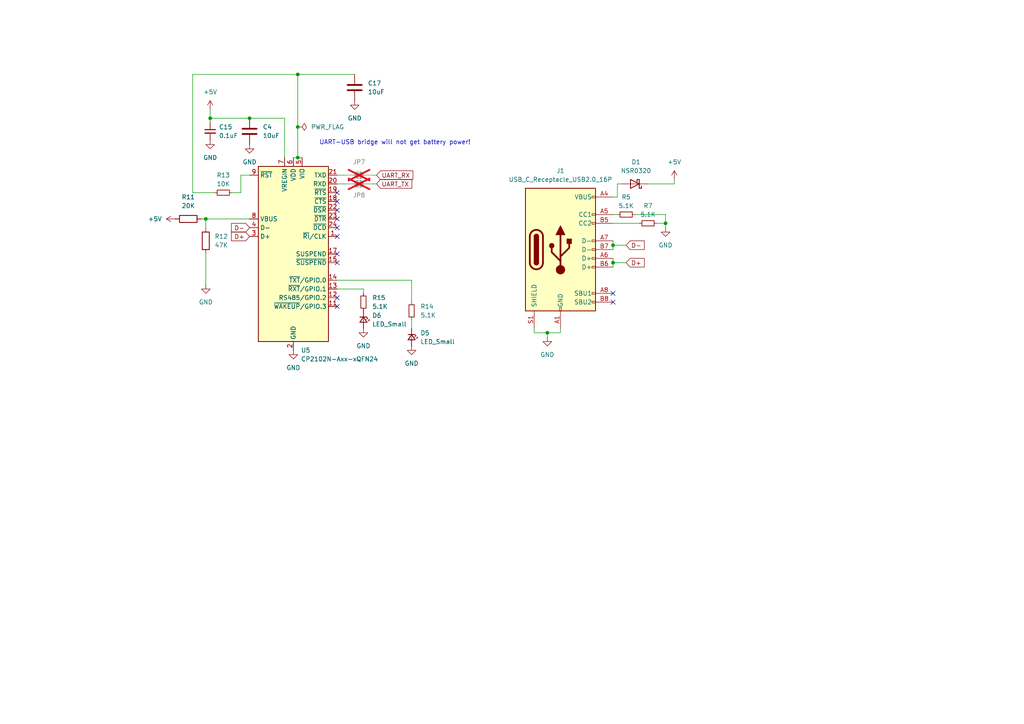
<source format=kicad_sch>
(kicad_sch (version 20231120) (generator "eeschema") (generator_version "8.0")
  (paper "A4")
  (lib_symbols
    (symbol "Connector:USB_C_Receptacle_USB2.0_16P" (pin_names (offset 1.016))
      (property "Reference" "J" (at 0 22.225 0))
      (property "Value" "USB_C_Receptacle_USB2.0_16P" (at 0 19.685 0))
      (symbol "USB_C_Receptacle_USB2.0_16P_0_0"
        (rectangle (start -0.254 -17.78) (end 0.254 -16.764))
        (rectangle (start 10.16 -14.986) (end 9.144 -15.494))
        (rectangle (start 10.16 -12.446) (end 9.144 -12.954))
        (rectangle (start 10.16 -4.826) (end 9.144 -5.334))
        (rectangle (start 10.16 -2.286) (end 9.144 -2.794))
        (rectangle (start 10.16 0.254) (end 9.144 -0.254))
        (rectangle (start 10.16 2.794) (end 9.144 2.286))
        (rectangle (start 10.16 7.874) (end 9.144 7.366))
        (rectangle (start 10.16 10.414) (end 9.144 9.906))
        (rectangle (start 10.16 15.494) (end 9.144 14.986))
      )
      (symbol "USB_C_Receptacle_USB2.0_16P_0_1"
        (rectangle (start -10.16 17.78) (end 10.16 -17.78) (stroke (width 0.254)) (fill (type background)))
        (arc (start -8.89 -3.81) (mid -6.985 -5.7067) (end -5.08 -3.81) (stroke (width 0.508)))
        (arc (start -7.62 -3.81) (mid -6.985 -4.4423) (end -6.35 -3.81) (stroke (width 0.254)))
        (arc (start -7.62 -3.81) (mid -6.985 -4.4423) (end -6.35 -3.81) (stroke (width 0.254)) (fill (type outline)))
        (rectangle (start -7.62 -3.81) (end -6.35 3.81) (stroke (width 0.254)) (fill (type outline)))
        (arc (start -6.35 3.81) (mid -6.985 4.4423) (end -7.62 3.81) (stroke (width 0.254)))
        (arc (start -6.35 3.81) (mid -6.985 4.4423) (end -7.62 3.81) (stroke (width 0.254)) (fill (type outline)))
        (arc (start -5.08 3.81) (mid -6.985 5.7067) (end -8.89 3.81) (stroke (width 0.508)))
        (circle (center -2.54 1.143) (radius 0.635) (stroke (width 0.254)) (fill (type outline)))
        (circle (center 0 -5.842) (radius 1.27) (fill (type outline)))
        (polyline (pts (xy -8.89 -3.81) (xy -8.89 3.81)) (stroke (width 0.508)))
        (polyline (pts (xy -5.08 3.81) (xy -5.08 -3.81)) (stroke (width 0.508)))
        (polyline (pts (xy 0 -5.842) (xy 0 4.318)) (stroke (width 0.508)))
        (polyline (pts (xy 0 -3.302) (xy -2.54 -0.762) (xy -2.54 0.508)) (stroke (width 0.508)))
        (polyline (pts (xy 0 -2.032) (xy 2.54 0.508) (xy 2.54 1.778)) (stroke (width 0.508)))
        (polyline (pts (xy -1.27 4.318) (xy 0 6.858) (xy 1.27 4.318) (xy -1.27 4.318)) (stroke (width 0.254)) (fill (type outline)))
        (rectangle (start 1.905 1.778) (end 3.175 3.048) (stroke (width 0.254)) (fill (type outline)))
      )
      (symbol "USB_C_Receptacle_USB2.0_16P_1_1"
        (pin passive line (at 0 -22.86 90) (length 5.08) (name "GND") (number "A1"))
        (pin passive line (at 0 -22.86 90) (length 5.08) hide (name "GND") (number "A12"))
        (pin passive line (at 15.24 15.24 180) (length 5.08) (name "VBUS") (number "A4"))
        (pin bidirectional line (at 15.24 10.16 180) (length 5.08) (name "CC1") (number "A5"))
        (pin bidirectional line (at 15.24 -2.54 180) (length 5.08) (name "D+") (number "A6"))
        (pin bidirectional line (at 15.24 2.54 180) (length 5.08) (name "D-") (number "A7"))
        (pin bidirectional line (at 15.24 -12.7 180) (length 5.08) (name "SBU1") (number "A8"))
        (pin passive line (at 15.24 15.24 180) (length 5.08) hide (name "VBUS") (number "A9"))
        (pin passive line (at 0 -22.86 90) (length 5.08) hide (name "GND") (number "B1"))
        (pin passive line (at 0 -22.86 90) (length 5.08) hide (name "GND") (number "B12"))
        (pin passive line (at 15.24 15.24 180) (length 5.08) hide (name "VBUS") (number "B4"))
        (pin bidirectional line (at 15.24 7.62 180) (length 5.08) (name "CC2") (number "B5"))
        (pin bidirectional line (at 15.24 -5.08 180) (length 5.08) (name "D+") (number "B6"))
        (pin bidirectional line (at 15.24 0 180) (length 5.08) (name "D-") (number "B7"))
        (pin bidirectional line (at 15.24 -15.24 180) (length 5.08) (name "SBU2") (number "B8"))
        (pin passive line (at 15.24 15.24 180) (length 5.08) hide (name "VBUS") (number "B9"))
        (pin passive line (at -7.62 -22.86 90) (length 5.08) (name "SHIELD") (number "S1"))
      )
    )
    (symbol "Device:C" (pin_numbers hide) (pin_names (offset 0.254))
      (property "Reference" "C" (at 0.635 2.54 0))
      (property "Value" "C" (at 0.635 -2.54 0))
      (symbol "C_0_1"
        (polyline (pts (xy -2.032 -0.762) (xy 2.032 -0.762)) (stroke (width 0.508)))
        (polyline (pts (xy -2.032 0.762) (xy 2.032 0.762)) (stroke (width 0.508)))
      )
      (symbol "C_1_1"
        (pin passive line (at 0 3.81 270) (length 2.794) (name "~") (number "1"))
        (pin passive line (at 0 -3.81 90) (length 2.794) (name "~") (number "2"))
      )
    )
    (symbol "Device:C_Small" (pin_numbers hide) (pin_names (offset 0.254) hide)
      (property "Reference" "C" (at 0.254 1.778 0))
      (property "Value" "C_Small" (at 0.254 -2.032 0))
      (symbol "C_Small_0_1"
        (polyline (pts (xy -1.524 -0.508) (xy 1.524 -0.508)) (stroke (width 0.3302)))
        (polyline (pts (xy -1.524 0.508) (xy 1.524 0.508)) (stroke (width 0.3048)))
      )
      (symbol "C_Small_1_1"
        (pin passive line (at 0 2.54 270) (length 2.032) (name "~") (number "1"))
        (pin passive line (at 0 -2.54 90) (length 2.032) (name "~") (number "2"))
      )
    )
    (symbol "Device:LED_Small" (pin_numbers hide) (pin_names (offset 0.254) hide)
      (property "Reference" "D" (at -1.27 3.175 0))
      (property "Value" "LED_Small" (at -4.445 -2.54 0))
      (symbol "LED_Small_0_1"
        (polyline (pts (xy -0.762 -1.016) (xy -0.762 1.016)) (stroke (width 0.254)))
        (polyline (pts (xy 1.016 0) (xy -0.762 0)))
        (polyline (pts (xy 0.762 -1.016) (xy -0.762 0) (xy 0.762 1.016) (xy 0.762 -1.016)) (stroke (width 0.254)))
        (polyline (pts (xy 0 0.762) (xy -0.508 1.27) (xy -0.254 1.27) (xy -0.508 1.27) (xy -0.508 1.016)))
        (polyline (pts (xy 0.508 1.27) (xy 0 1.778) (xy 0.254 1.778) (xy 0 1.778) (xy 0 1.524)))
      )
      (symbol "LED_Small_1_1"
        (pin passive line (at -2.54 0 0) (length 1.778) (name "K") (number "1"))
        (pin passive line (at 2.54 0 180) (length 1.778) (name "A") (number "2"))
      )
    )
    (symbol "Device:R" (pin_numbers hide) (pin_names (offset 0))
      (property "Reference" "R" (at 2.032 0 90))
      (property "Value" "R" (at 0 0 90))
      (symbol "R_0_1"
        (rectangle (start -1.016 -2.54) (end 1.016 2.54) (stroke (width 0.254)))
      )
      (symbol "R_1_1"
        (pin passive line (at 0 3.81 270) (length 1.27) (name "~") (number "1"))
        (pin passive line (at 0 -3.81 90) (length 1.27) (name "~") (number "2"))
      )
    )
    (symbol "Device:R_Small" (pin_numbers hide) (pin_names (offset 0.254) hide)
      (property "Reference" "R" (at 0.762 0.508 0))
      (property "Value" "R_Small" (at 0.762 -1.016 0))
      (symbol "R_Small_0_1"
        (rectangle (start -0.762 1.778) (end 0.762 -1.778) (stroke (width 0.2032)))
      )
      (symbol "R_Small_1_1"
        (pin passive line (at 0 2.54 270) (length 0.762) (name "~") (number "1"))
        (pin passive line (at 0 -2.54 90) (length 0.762) (name "~") (number "2"))
      )
    )
    (symbol "Diode:NSR0340HT1G" (pin_numbers hide) (pin_names (offset 1.016) hide)
      (property "Reference" "D" (at 0 2.54 0))
      (property "Value" "NSR0340HT1G" (at 0 -2.54 0))
      (symbol "NSR0340HT1G_0_1"
        (polyline (pts (xy 1.27 0) (xy -1.27 0)))
        (polyline (pts (xy 1.27 1.27) (xy 1.27 -1.27) (xy -1.27 0) (xy 1.27 1.27)) (stroke (width 0.254)))
        (polyline (pts (xy -1.905 0.635) (xy -1.905 1.27) (xy -1.27 1.27) (xy -1.27 -1.27) (xy -0.635 -1.27) (xy -0.635 -0.635)) (stroke (width 0.254)))
      )
      (symbol "NSR0340HT1G_1_1"
        (pin passive line (at -3.81 0 0) (length 2.54) (name "K") (number "1"))
        (pin passive line (at 3.81 0 180) (length 2.54) (name "A") (number "2"))
      )
    )
    (symbol "Interface_USB:CP2102N-Axx-xQFN24"
      (property "Reference" "U" (at -8.89 26.67 0))
      (property "Value" "CP2102N-Axx-xQFN24" (at 13.97 26.67 0))
      (symbol "CP2102N-Axx-xQFN24_0_1"
        (rectangle (start -10.16 25.4) (end 10.16 -25.4) (stroke (width 0.254)) (fill (type background)))
      )
      (symbol "CP2102N-Axx-xQFN24_1_1"
        (pin bidirectional line (at 12.7 5.08 180) (length 2.54) (name "~{RI}/CLK") (number "1"))
        (pin no_connect line (at -10.16 -22.86 0) (length 2.54) hide (name "NC") (number "10"))
        (pin bidirectional line (at 12.7 -15.24 180) (length 2.54) (name "~{WAKEUP}/GPIO.3") (number "11"))
        (pin bidirectional line (at 12.7 -12.7 180) (length 2.54) (name "RS485/GPIO.2") (number "12"))
        (pin bidirectional line (at 12.7 -10.16 180) (length 2.54) (name "~{RXT}/GPIO.1") (number "13"))
        (pin bidirectional line (at 12.7 -7.62 180) (length 2.54) (name "~{TXT}/GPIO.0") (number "14"))
        (pin output line (at 12.7 -2.54 180) (length 2.54) (name "~{SUSPEND}") (number "15"))
        (pin no_connect line (at 10.16 -22.86 180) (length 2.54) hide (name "NC") (number "16"))
        (pin output line (at 12.7 0 180) (length 2.54) (name "SUSPEND") (number "17"))
        (pin input line (at 12.7 15.24 180) (length 2.54) (name "~{CTS}") (number "18"))
        (pin output line (at 12.7 17.78 180) (length 2.54) (name "~{RTS}") (number "19"))
        (pin power_in line (at 0 -27.94 90) (length 2.54) (name "GND") (number "2"))
        (pin input line (at 12.7 20.32 180) (length 2.54) (name "RXD") (number "20"))
        (pin output line (at 12.7 22.86 180) (length 2.54) (name "TXD") (number "21"))
        (pin input line (at 12.7 12.7 180) (length 2.54) (name "~{DSR}") (number "22"))
        (pin output line (at 12.7 10.16 180) (length 2.54) (name "~{DTR}") (number "23"))
        (pin input line (at 12.7 7.62 180) (length 2.54) (name "~{DCD}") (number "24"))
        (pin passive line (at 0 -27.94 90) (length 2.54) hide (name "GND") (number "25"))
        (pin bidirectional line (at -12.7 5.08 0) (length 2.54) (name "D+") (number "3"))
        (pin bidirectional line (at -12.7 7.62 0) (length 2.54) (name "D-") (number "4"))
        (pin power_in line (at 2.54 27.94 270) (length 2.54) (name "VIO") (number "5"))
        (pin power_in line (at 0 27.94 270) (length 2.54) (name "VDD") (number "6"))
        (pin power_in line (at -2.54 27.94 270) (length 2.54) (name "VREGIN") (number "7"))
        (pin input line (at -12.7 10.16 0) (length 2.54) (name "VBUS") (number "8"))
        (pin input line (at -12.7 22.86 0) (length 2.54) (name "~{RST}") (number "9"))
      )
    )
    (symbol "Jumper:SolderJumper_2_Bridged" (pin_numbers hide) (pin_names (offset 0) hide) (exclude_from_sim yes) (in_bom no)
      (property "Reference" "JP" (at 0 2.032 0))
      (property "Value" "SolderJumper_2_Bridged" (at 0 -2.54 0))
      (symbol "SolderJumper_2_Bridged_0_1"
        (rectangle (start -0.508 0.508) (end 0.508 -0.508) (fill (type outline)))
        (arc (start -0.254 1.016) (mid -1.2656 0) (end -0.254 -1.016))
        (arc (start -0.254 1.016) (mid -1.2656 0) (end -0.254 -1.016) (fill (type outline)))
        (polyline (pts (xy -0.254 1.016) (xy -0.254 -1.016)))
        (polyline (pts (xy 0.254 1.016) (xy 0.254 -1.016)))
        (arc (start 0.254 -1.016) (mid 1.2656 0) (end 0.254 1.016))
        (arc (start 0.254 -1.016) (mid 1.2656 0) (end 0.254 1.016) (fill (type outline)))
      )
      (symbol "SolderJumper_2_Bridged_1_1"
        (pin passive line (at -3.81 0 0) (length 2.54) (name "A") (number "1"))
        (pin passive line (at 3.81 0 180) (length 2.54) (name "B") (number "2"))
      )
    )
    (symbol "power:+5V" (power) (pin_numbers hide) (pin_names (offset 0) hide)
      (property "Value" "+5V" (at 0 3.556 0))
      (symbol "+5V_0_1"
        (polyline (pts (xy -0.762 1.27) (xy 0 2.54)))
        (polyline (pts (xy 0 0) (xy 0 2.54)))
        (polyline (pts (xy 0 2.54) (xy 0.762 1.27)))
      )
      (symbol "+5V_1_1"
        (pin power_in line (at 0 0 90) (length 0) (name "~") (number "1"))
      )
    )
    (symbol "power:GND" (power) (pin_numbers hide) (pin_names (offset 0) hide)
      (property "Value" "GND" (at 0 -3.81 0))
      (symbol "GND_0_1"
        (polyline (pts (xy 0 0) (xy 0 -1.27) (xy 1.27 -1.27) (xy 0 -2.54) (xy -1.27 -1.27) (xy 0 -1.27)))
      )
      (symbol "GND_1_1"
        (pin power_in line (at 0 0 270) (length 0) (name "~") (number "1"))
      )
    )
    (symbol "power:PWR_FLAG" (power) (pin_numbers hide) (pin_names (offset 0) hide)
      (property "Value" "PWR_FLAG" (at 0 3.81 0))
      (symbol "PWR_FLAG_0_0"
        (pin power_out line (at 0 0 90) (length 0) (name "~") (number "1"))
      )
      (symbol "PWR_FLAG_0_1"
        (polyline (pts (xy 0 0) (xy 0 1.27) (xy -1.016 1.905) (xy 0 2.54) (xy 1.016 1.905) (xy 0 1.27)))
      )
    )
  )
  (junction (at 72.39 34.29))
  (junction (at 177.8 76.2))
  (junction (at 86.36 36.83))
  (junction (at 158.75 96.52))
  (junction (at 86.36 21.59))
  (junction (at 86.36 45.72))
  (junction (at 193.04 64.77))
  (junction (at 60.96 34.29))
  (junction (at 177.8 71.12))
  (junction (at 59.69 63.5))
  (no_connect (at 97.79 76.2))
  (no_connect (at 97.79 88.9))
  (no_connect (at 177.8 85.09))
  (no_connect (at 97.79 55.88))
  (no_connect (at 97.79 60.96))
  (no_connect (at 177.8 87.63))
  (no_connect (at 97.79 86.36))
  (no_connect (at 97.79 63.5))
  (no_connect (at 97.79 73.66))
  (no_connect (at 97.79 58.42))
  (no_connect (at 97.79 68.58))
  (no_connect (at 97.79 66.04))
  (wire (pts (xy 177.8 71.12) (xy 181.61 71.12)))
  (wire (pts (xy 193.04 64.77) (xy 193.04 62.23)))
  (wire (pts (xy 55.88 55.88) (xy 55.88 21.59)))
  (wire (pts (xy 177.8 76.2) (xy 177.8 77.47)))
  (wire (pts (xy 187.96 53.34) (xy 195.58 53.34)))
  (wire (pts (xy 119.38 92.71) (xy 119.38 95.25)))
  (wire (pts (xy 69.85 55.88) (xy 69.85 50.8)))
  (wire (pts (xy 158.75 96.52) (xy 162.56 96.52)))
  (wire (pts (xy 109.22 53.34) (xy 107.95 53.34)))
  (wire (pts (xy 162.56 95.25) (xy 162.56 96.52)))
  (wire (pts (xy 69.85 50.8) (xy 72.39 50.8)))
  (wire (pts (xy 177.8 69.85) (xy 177.8 71.12)))
  (wire (pts (xy 177.8 71.12) (xy 177.8 72.39)))
  (wire (pts (xy 67.31 55.88) (xy 69.85 55.88)))
  (wire (pts (xy 177.8 76.2) (xy 181.61 76.2)))
  (wire (pts (xy 105.41 85.09) (xy 105.41 83.82)))
  (wire (pts (xy 177.8 64.77) (xy 185.42 64.77)))
  (wire (pts (xy 119.38 81.28) (xy 119.38 87.63)))
  (wire (pts (xy 86.36 21.59) (xy 102.87 21.59)))
  (wire (pts (xy 85.09 45.72) (xy 86.36 45.72)))
  (wire (pts (xy 58.42 63.5) (xy 59.69 63.5)))
  (wire (pts (xy 59.69 63.5) (xy 59.69 66.04)))
  (wire (pts (xy 60.96 34.29) (xy 72.39 34.29)))
  (wire (pts (xy 179.07 57.15) (xy 177.8 57.15)))
  (wire (pts (xy 179.07 53.34) (xy 179.07 57.15)))
  (wire (pts (xy 154.94 96.52) (xy 158.75 96.52)))
  (wire (pts (xy 60.96 31.75) (xy 60.96 34.29)))
  (wire (pts (xy 97.79 81.28) (xy 119.38 81.28)))
  (wire (pts (xy 154.94 95.25) (xy 154.94 96.52)))
  (wire (pts (xy 177.8 74.93) (xy 177.8 76.2)))
  (wire (pts (xy 59.69 82.55) (xy 59.69 73.66)))
  (wire (pts (xy 193.04 66.04) (xy 193.04 64.77)))
  (wire (pts (xy 177.8 62.23) (xy 179.07 62.23)))
  (wire (pts (xy 179.07 53.34) (xy 180.34 53.34)))
  (wire (pts (xy 195.58 53.34) (xy 195.58 52.07)))
  (wire (pts (xy 97.79 83.82) (xy 105.41 83.82)))
  (wire (pts (xy 82.55 45.72) (xy 82.55 34.29)))
  (wire (pts (xy 109.22 50.8) (xy 107.95 50.8)))
  (wire (pts (xy 184.15 62.23) (xy 193.04 62.23)))
  (wire (pts (xy 55.88 21.59) (xy 86.36 21.59)))
  (wire (pts (xy 72.39 34.29) (xy 82.55 34.29)))
  (wire (pts (xy 158.75 96.52) (xy 158.75 97.79)))
  (wire (pts (xy 190.5 64.77) (xy 193.04 64.77)))
  (wire (pts (xy 62.23 55.88) (xy 55.88 55.88)))
  (wire (pts (xy 86.36 36.83) (xy 86.36 45.72)))
  (wire (pts (xy 86.36 45.72) (xy 87.63 45.72)))
  (wire (pts (xy 100.33 53.34) (xy 97.79 53.34)))
  (wire (pts (xy 60.96 35.56) (xy 60.96 34.29)))
  (wire (pts (xy 86.36 21.59) (xy 86.36 36.83)))
  (wire (pts (xy 59.69 63.5) (xy 72.39 63.5)))
  (wire (pts (xy 100.33 50.8) (xy 97.79 50.8)))
  (text "UART-USB bridge will not get battery power!" (at 114.554 41.402 0) (effects (font (size 1.27 1.27))))
  (global_label "UART_RX" (shape input) (at 109.22 50.8 0) (property "Intersheetrefs" "${INTERSHEET_REFS}" (effects (hide yes))))
  (global_label "D-" (shape input) (at 181.61 71.12 0) (property "Intersheetrefs" "${INTERSHEET_REFS}" (effects (hide yes))))
  (global_label "D-" (shape input) (at 72.39 66.04 180) (property "Intersheetrefs" "${INTERSHEET_REFS}" (effects (hide yes))))
  (global_label "D+" (shape input) (at 181.61 76.2 0) (property "Intersheetrefs" "${INTERSHEET_REFS}" (effects (hide yes))))
  (global_label "UART_TX" (shape input) (at 109.22 53.34 0) (property "Intersheetrefs" "${INTERSHEET_REFS}" (effects (hide yes))))
  (global_label "D+" (shape input) (at 72.39 68.58 180) (property "Intersheetrefs" "${INTERSHEET_REFS}" (effects (hide yes))))
  (symbol (lib_id "Device:R") (at 54.61 63.5 90) (unit 1)
    (property "Reference" "R11" (at 54.61 57.15 90))
    (property "Value" "20K" (at 54.61 59.69 90))
    (property "Footprint" "Resistor_SMD:R_0402_1005Metric" (effects (hide yes)))
    (property "Description" "Resistor" (effects (hide yes)))
    (property "JLC" "C25765" (effects (hide yes)))
  )
  (symbol (lib_id "Diode:NSR0340HT1G") (at 184.15 53.34 180) (unit 1)
    (property "Reference" "D1" (at 184.4675 46.99 0))
    (property "Value" "NSR0320" (at 184.4675 49.53 0))
    (property "Footprint" "Diode_SMD:D_SOD-323" (effects (hide yes)))
    (property "Datasheet" "https://www.onsemi.com/pdf/datasheet/nsr0320mw2t1-d.pdf" (effects (hide yes)))
    (property "Description" "20V 1A Schottky Diode, SOD-323" (effects (hide yes)))
    (property "JLC" "C48192" (effects (hide yes)))
  )
  (symbol (lib_id "Device:R_Small") (at 64.77 55.88 90) (unit 1)
    (property "Reference" "R13" (at 64.77 50.8 90))
    (property "Value" "10K" (at 64.77 53.34 90))
    (property "Footprint" "Resistor_SMD:R_0402_1005Metric" (effects (hide yes)))
    (property "Description" "Resistor, small symbol" (effects (hide yes)))
    (property "JLC" "C25744" (effects (hide yes)))
  )
  (symbol (lib_id "power:+5V") (at 195.58 52.07 0) (unit 1)
    (property "Reference" "#PWR033" (effects (hide yes)))
    (property "Value" "+5V" (at 195.58 46.99 0))
    (property "Description" "Power symbol creates a global label with name \"+5V\"" (effects (hide yes)))
  )
  (symbol (lib_id "Device:C") (at 102.87 25.4 0) (unit 1)
    (property "Reference" "C17" (at 106.68 24.1299 0) (effects (justify left)))
    (property "Value" "10uF" (at 106.68 26.6699 0) (effects (justify left)))
    (property "Footprint" "Capacitor_SMD:C_0402_1005Metric" (effects (hide yes)))
    (property "Description" "Unpolarized capacitor" (effects (hide yes)))
    (property "JLC" "C315248" (effects (hide yes)))
  )
  (symbol (lib_id "Jumper:SolderJumper_2_Bridged") (at 104.14 53.34 0) (unit 1) (exclude_from_sim yes) (in_bom no) (dnp yes)
    (property "Reference" "JP8" (at 104.14 56.642 0))
    (property "Value" "SolderJumper_2_Bridged" (effects (hide yes)))
    (property "Footprint" "Jumper:SolderJumper-2_P1.3mm_Bridged_RoundedPad1.0x1.5mm" (effects (hide yes)))
    (property "Description" "Solder Jumper, 2-pole, closed/bridged" (effects (hide yes)))
  )
  (symbol (lib_id "power:GND") (at 60.96 40.64 0) (unit 1)
    (property "Reference" "#PWR046" (effects (hide yes)))
    (property "Value" "GND" (at 60.96 45.72 0))
    (property "Description" "Power symbol creates a global label with name \"GND\" , ground" (effects (hide yes)))
  )
  (symbol (lib_id "Connector:USB_C_Receptacle_USB2.0_16P") (at 162.56 72.39 0) (unit 1)
    (property "Reference" "J1" (at 162.56 49.53 0))
    (property "Value" "USB_C_Receptacle_USB2.0_16P" (at 162.56 52.07 0))
    (property "Footprint" "Connector_USB:USB_C_Receptacle_G-Switch_GT-USB-7010ASV" (effects (hide yes)))
    (property "Datasheet" "https://www.usb.org/sites/default/files/documents/usb_type-c.zip" (effects (hide yes)))
    (property "Description" "USB 2.0-only 16P Type-C Receptacle connector" (effects (hide yes)))
    (property "JLC" "C2988369" (effects (hide yes)))
  )
  (symbol (lib_id "Device:LED_Small") (at 105.41 92.71 270) (unit 1)
    (property "Reference" "D6" (at 107.95 91.5034 90) (effects (justify left)))
    (property "Value" "LED_Small" (at 107.95 94.0434 90) (effects (justify left)))
    (property "Footprint" "LED_SMD:LED_0402_1005Metric" (effects (hide yes)))
    (property "Description" "Light emitting diode, small symbol" (effects (hide yes)))
    (property "JLC" "C510300" (effects (hide yes)))
  )
  (symbol (lib_id "power:GND") (at 158.75 97.79 0) (unit 1)
    (property "Reference" "#PWR022" (effects (hide yes)))
    (property "Value" "GND" (at 158.75 102.87 0))
    (property "Description" "Power symbol creates a global label with name \"GND\" , ground" (effects (hide yes)))
  )
  (symbol (lib_id "power:GND") (at 59.69 82.55 0) (unit 1)
    (property "Reference" "#PWR044" (effects (hide yes)))
    (property "Value" "GND" (at 59.69 87.63 0))
    (property "Description" "Power symbol creates a global label with name \"GND\" , ground" (effects (hide yes)))
  )
  (symbol (lib_id "Device:R_Small") (at 181.61 62.23 90) (unit 1)
    (property "Reference" "R5" (at 181.61 57.15 90))
    (property "Value" "5.1K" (at 181.61 59.69 90))
    (property "Footprint" "Resistor_SMD:R_0402_1005Metric" (effects (hide yes)))
    (property "Description" "Resistor, small symbol" (effects (hide yes)))
    (property "JLC" "C25905" (effects (hide yes)))
  )
  (symbol (lib_id "Device:LED_Small") (at 119.38 97.79 270) (unit 1)
    (property "Reference" "D5" (at 121.92 96.5834 90) (effects (justify left)))
    (property "Value" "LED_Small" (at 121.92 99.1234 90) (effects (justify left)))
    (property "Footprint" "LED_SMD:LED_0402_1005Metric" (effects (hide yes)))
    (property "Description" "Light emitting diode, small symbol" (effects (hide yes)))
    (property "JLC" "C510300" (effects (hide yes)))
  )
  (symbol (lib_id "power:+5V") (at 50.8 63.5 90) (unit 1)
    (property "Reference" "#PWR043" (effects (hide yes)))
    (property "Value" "+5V" (at 46.99 63.4999 90) (effects (justify left)))
    (property "Description" "Power symbol creates a global label with name \"+5V\"" (effects (hide yes)))
  )
  (symbol (lib_id "power:GND") (at 85.09 101.6 0) (unit 1)
    (property "Reference" "#PWR042" (effects (hide yes)))
    (property "Value" "GND" (at 85.09 106.68 0))
    (property "Description" "Power symbol creates a global label with name \"GND\" , ground" (effects (hide yes)))
  )
  (symbol (lib_id "Device:C_Small") (at 60.96 38.1 0) (unit 1)
    (property "Reference" "C15" (at 63.5 36.8362 0) (effects (justify left)))
    (property "Value" "0.1uF" (at 63.5 39.3762 0) (effects (justify left)))
    (property "Footprint" "Capacitor_SMD:C_0402_1005Metric" (effects (hide yes)))
    (property "Description" "Unpolarized capacitor, small symbol" (effects (hide yes)))
    (property "JLC" "C1525" (effects (hide yes)))
  )
  (symbol (lib_id "Device:R_Small") (at 187.96 64.77 90) (unit 1)
    (property "Reference" "R7" (at 187.96 59.69 90))
    (property "Value" "5.1K" (at 187.96 62.23 90))
    (property "Footprint" "Resistor_SMD:R_0402_1005Metric" (effects (hide yes)))
    (property "Description" "Resistor, small symbol" (effects (hide yes)))
    (property "JLC" "C25905" (effects (hide yes)))
  )
  (symbol (lib_id "power:GND") (at 72.39 41.91 0) (unit 1)
    (property "Reference" "#PWR047" (effects (hide yes)))
    (property "Value" "GND" (at 72.39 46.99 0))
    (property "Description" "Power symbol creates a global label with name \"GND\" , ground" (effects (hide yes)))
  )
  (symbol (lib_id "power:GND") (at 105.41 95.25 0) (unit 1)
    (property "Reference" "#PWR051" (effects (hide yes)))
    (property "Value" "GND" (at 105.41 100.33 0))
    (property "Description" "Power symbol creates a global label with name \"GND\" , ground" (effects (hide yes)))
  )
  (symbol (lib_id "Interface_USB:CP2102N-Axx-xQFN24") (at 85.09 73.66 0) (unit 1)
    (property "Reference" "U5" (at 87.2841 101.6 0) (effects (justify left)))
    (property "Value" "CP2102N-Axx-xQFN24" (at 87.2841 104.14 0) (effects (justify left)))
    (property "Footprint" "Package_DFN_QFN:QFN-24-1EP_4x4mm_P0.5mm_EP2.6x2.6mm" (effects (hide yes)))
    (property "Datasheet" "https://www.silabs.com/documents/public/data-sheets/cp2102n-datasheet.pdf" (effects (hide yes)))
    (property "Description" "USB to UART master bridge, QFN-24" (effects (hide yes)))
    (property "JLC" "C969151" (effects (hide yes)))
  )
  (symbol (lib_id "power:GND") (at 193.04 66.04 0) (unit 1)
    (property "Reference" "#PWR032" (effects (hide yes)))
    (property "Value" "GND" (at 193.04 71.12 0))
    (property "Description" "Power symbol creates a global label with name \"GND\" , ground" (effects (hide yes)))
  )
  (symbol (lib_id "power:GND") (at 119.38 100.33 0) (unit 1)
    (property "Reference" "#PWR050" (effects (hide yes)))
    (property "Value" "GND" (at 119.38 105.41 0))
    (property "Description" "Power symbol creates a global label with name \"GND\" , ground" (effects (hide yes)))
  )
  (symbol (lib_id "power:PWR_FLAG") (at 86.36 36.83 270) (unit 1)
    (property "Reference" "#FLG01" (effects (hide yes)))
    (property "Value" "PWR_FLAG" (at 90.17 36.8299 90) (effects (justify left)))
    (property "Description" "Special symbol for telling ERC where power comes from" (effects (hide yes)))
  )
  (symbol (lib_id "Jumper:SolderJumper_2_Bridged") (at 104.14 50.8 0) (unit 1) (exclude_from_sim yes) (in_bom no) (dnp yes)
    (property "Reference" "JP7" (at 104.14 46.99 0))
    (property "Value" "SolderJumper_2_Bridged" (effects (hide yes)))
    (property "Footprint" "Jumper:SolderJumper-2_P1.3mm_Bridged_RoundedPad1.0x1.5mm" (effects (hide yes)))
    (property "Description" "Solder Jumper, 2-pole, closed/bridged" (effects (hide yes)))
  )
  (symbol (lib_id "Device:C") (at 72.39 38.1 0) (unit 1)
    (property "Reference" "C4" (at 76.2 36.8299 0) (effects (justify left)))
    (property "Value" "10uF" (at 76.2 39.3699 0) (effects (justify left)))
    (property "Footprint" "Capacitor_SMD:C_0402_1005Metric" (effects (hide yes)))
    (property "Description" "Unpolarized capacitor" (effects (hide yes)))
    (property "JLC" "C315248" (effects (hide yes)))
  )
  (symbol (lib_id "Device:R") (at 59.69 69.85 180) (unit 1)
    (property "Reference" "R12" (at 62.23 68.5799 0) (effects (justify right)))
    (property "Value" "47K" (at 62.23 71.1199 0) (effects (justify right)))
    (property "Footprint" "Resistor_SMD:R_0402_1005Metric" (effects (hide yes)))
    (property "Description" "Resistor" (effects (hide yes)))
    (property "JLC" "C25792" (effects (hide yes)))
  )
  (symbol (lib_id "Device:R_Small") (at 105.41 87.63 0) (unit 1)
    (property "Reference" "R15" (at 107.95 86.3599 0) (effects (justify left)))
    (property "Value" "5.1K" (at 107.95 88.8999 0) (effects (justify left)))
    (property "Footprint" "Resistor_SMD:R_0402_1005Metric" (effects (hide yes)))
    (property "Description" "Resistor, small symbol" (effects (hide yes)))
    (property "JLC" "C25905" (effects (hide yes)))
  )
  (symbol (lib_id "power:+5V") (at 60.96 31.75 0) (unit 1)
    (property "Reference" "#PWR045" (effects (hide yes)))
    (property "Value" "+5V" (at 60.96 26.67 0))
    (property "Description" "Power symbol creates a global label with name \"+5V\"" (effects (hide yes)))
  )
  (symbol (lib_id "Device:R_Small") (at 119.38 90.17 0) (unit 1)
    (property "Reference" "R14" (at 121.92 88.8999 0) (effects (justify left)))
    (property "Value" "5.1K" (at 121.92 91.4399 0) (effects (justify left)))
    (property "Footprint" "Resistor_SMD:R_0402_1005Metric" (effects (hide yes)))
    (property "Description" "Resistor, small symbol" (effects (hide yes)))
    (property "JLC" "C25905" (effects (hide yes)))
  )
  (symbol (lib_id "power:GND") (at 102.87 29.21 0) (unit 1)
    (property "Reference" "#PWR049" (effects (hide yes)))
    (property "Value" "GND" (at 102.87 34.29 0))
    (property "Description" "Power symbol creates a global label with name \"GND\" , ground" (effects (hide yes)))
  )
)
</source>
